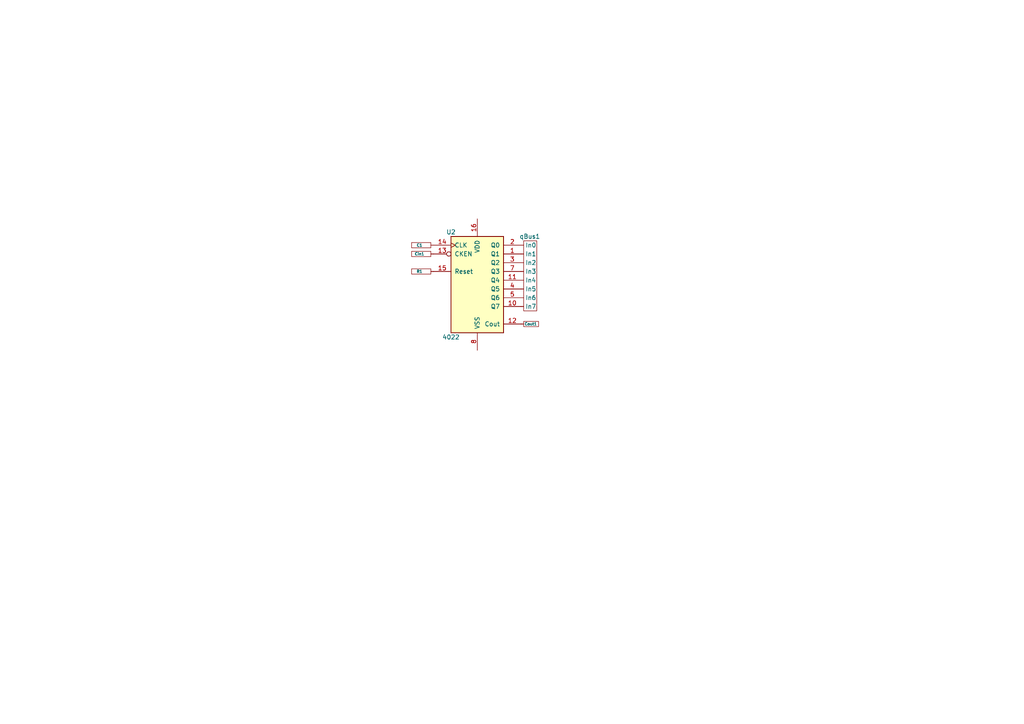
<source format=kicad_sch>
(kicad_sch (version 20230121) (generator eeschema)
  (paper "A4")
  (lib_symbols
    (symbol "4xxx:4022" (pin_names (offset 1.016))
      (property "Reference" "U" (at -7.62 13.97 0))
      (property "Value" "4022" (at -7.62 -16.51 0))
      (symbol "4022_1_0"
        (pin output line (at 12.7 7.62 180) (length 5.08) (name "Q1") (number "1"))
        (pin output line (at 12.7 -7.62 180) (length 5.08) (name "Q7") (number "10"))
        (pin output line (at 12.7 0 180) (length 5.08) (name "Q4") (number "11"))
        (pin output line (at 12.7 -12.7 180) (length 5.08) (name "Cout") (number "12"))
        (pin input inverted (at -12.7 7.62 0) (length 5.08) (name "CKEN") (number "13"))
        (pin input clock (at -12.7 10.16 0) (length 5.08) (name "CLK") (number "14"))
        (pin input line (at -12.7 2.54 0) (length 5.08) (name "Reset") (number "15"))
        (pin power_in line (at 0 17.78 270) (length 5.08) (name "VDD") (number "16"))
        (pin output line (at 12.7 10.16 180) (length 5.08) (name "Q0") (number "2"))
        (pin output line (at 12.7 5.08 180) (length 5.08) (name "Q2") (number "3"))
        (pin output line (at 12.7 -2.54 180) (length 5.08) (name "Q5") (number "4"))
        (pin output line (at 12.7 -5.08 180) (length 5.08) (name "Q6") (number "5"))
        (pin output line (at 12.7 2.54 180) (length 5.08) (name "Q3") (number "7"))
        (pin power_in line (at 0 -20.32 90) (length 5.08) (name "VSS") (number "8"))
      )
      (symbol "4022_1_1"
        (rectangle (start -7.62 12.7) (end 7.62 -15.24) (stroke (width 0.254)) (fill (type background)))
      )
    )
    (symbol "Tests:InBus" (pin_numbers hide)
      (property "Reference" "InBus" (at 1.512 11.176 0))
      (symbol "InBus_0_1"
        (rectangle (start 0.75 10.16) (end 4.56 -10.16))
      )
      (symbol "InBus_1_1"
        (pin input line (at 0 8.89 0) (length 0.75) (name "In0") (number "0"))
        (pin input line (at 0 6.35 0) (length 0.75) (name "In1") (number "1"))
        (pin input line (at 0 3.81 0) (length 0.75) (name "In2") (number "2"))
        (pin input line (at 0 1.27 0) (length 0.75) (name "In3") (number "3"))
        (pin input line (at 0 -1.27 0) (length 0.75) (name "In4") (number "4"))
        (pin input line (at 0 -3.81 0) (length 0.75) (name "In5") (number "5"))
        (pin input line (at 0 -6.35 0) (length 0.75) (name "In6") (number "6"))
        (pin input line (at 0 -8.89 0) (length 0.75) (name "In7") (number "7"))
      )
    )
    (symbol "Tests:InPin" (pin_numbers hide) (pin_names hide)
      (property "Reference" "InPin" (at 2.794 0 0))
      (symbol "InPin_0_1"
        (rectangle (start 0.762 0.762) (end 5.08 -0.762))
      )
      (symbol "InPin_1_1"
        (pin input line (at 0 0 0) (length 0.75) (name "In") (number "1"))
      )
    )
    (symbol "Tests:OutPin" (pin_numbers hide) (pin_names hide)
      (property "Reference" "OutPin" (at -4.064 0 0))
      (symbol "OutPin_0_1"
        (rectangle (start -6.35 0.762) (end -0.762 -0.762))
      )
      (symbol "OutPin_1_1"
        (pin output line (at 0 0 180) (length 0.75) (name "Out") (number "1"))
      )
    )
  )
  (symbol (lib_id "Tests:OutPin") (at 125.73 78.74 0) (unit 1)
    (property "Reference" "R1" (at 121.666 78.74 0) (effects (font (size 0.8 0.8))))
    (property "Value" "OutPin" (effects hide))
  )
  (symbol (lib_id "4xxx:4022") (at 138.43 81.28 0) (unit 1)
    (property "Reference" "U2" (at 130.81 67.31 0))
    (property "Value" "4022" (at 130.81 97.79 0))
    (property "Datasheet" "http://www.intersil.com/content/dam/Intersil/documents/cd40/cd4017bms-22bms.pdf" (effects hide))
  )
  (symbol (lib_id "Tests:InBus") (at 151.13 80.01 0) (unit 1)
    (property "Reference" "qBus1" (at 153.67 68.58 0))
    (property "Value" "InBus" (effects hide))
  )
  (symbol (lib_id "Tests:OutPin") (at 125.73 73.66 0) (unit 1)
    (property "Reference" "Cin1" (at 121.666 73.66 0) (effects (font (size 0.8 0.8))))
    (property "Value" "OutPin" (effects hide))
  )
  (symbol (lib_id "Tests:InPin") (at 151.13 93.98 0) (unit 1)
    (property "Reference" "Cout1" (at 153.924 93.98 0) (effects (font (size 0.8 0.8))))
    (property "Value" "InPin" (effects hide))
  )
  (symbol (lib_id "Tests:OutPin") (at 125.73 71.12 0) (unit 1)
    (property "Reference" "C1" (at 121.666 71.12 0) (effects (font (size 0.8 0.8))))
    (property "Value" "OutPin" (effects hide))
  )
)
</source>
